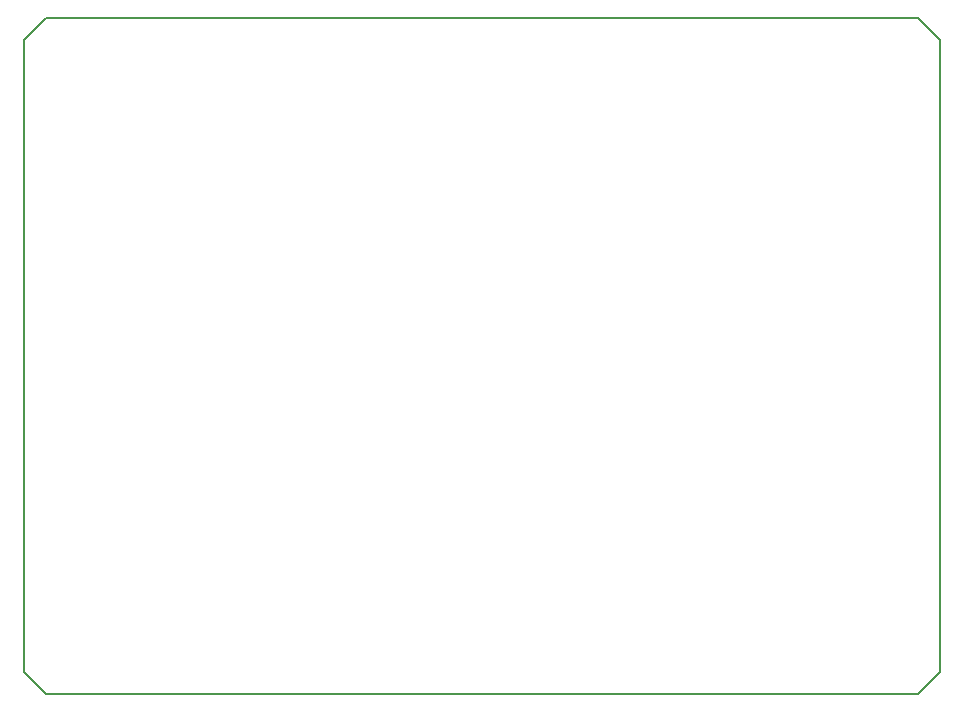
<source format=gbr>
G04 #@! TF.GenerationSoftware,KiCad,Pcbnew,5.0.1-33cea8e~68~ubuntu16.04.1*
G04 #@! TF.CreationDate,2018-10-28T17:52:41-07:00*
G04 #@! TF.ProjectId,wifistepper,77696669737465707065722E6B696361,rev?*
G04 #@! TF.SameCoordinates,Original*
G04 #@! TF.FileFunction,Profile,NP*
%FSLAX46Y46*%
G04 Gerber Fmt 4.6, Leading zero omitted, Abs format (unit mm)*
G04 Created by KiCad (PCBNEW 5.0.1-33cea8e~68~ubuntu16.04.1) date Sun 28 Oct 2018 05:52:41 PM PDT*
%MOMM*%
%LPD*%
G01*
G04 APERTURE LIST*
%ADD10C,0.150000*%
G04 APERTURE END LIST*
D10*
X111379000Y-116713000D02*
X109474000Y-118618000D01*
X111379000Y-63246000D02*
X109474000Y-61341000D01*
X33782000Y-63246000D02*
X35687000Y-61341000D01*
X33782000Y-116713000D02*
X35687000Y-118618000D01*
X35687000Y-118618000D02*
X109474000Y-118618000D01*
X111379000Y-63246000D02*
X111379000Y-116713000D01*
X35687000Y-61341000D02*
X109474000Y-61341000D01*
X33782000Y-116713000D02*
X33782000Y-63246000D01*
M02*

</source>
